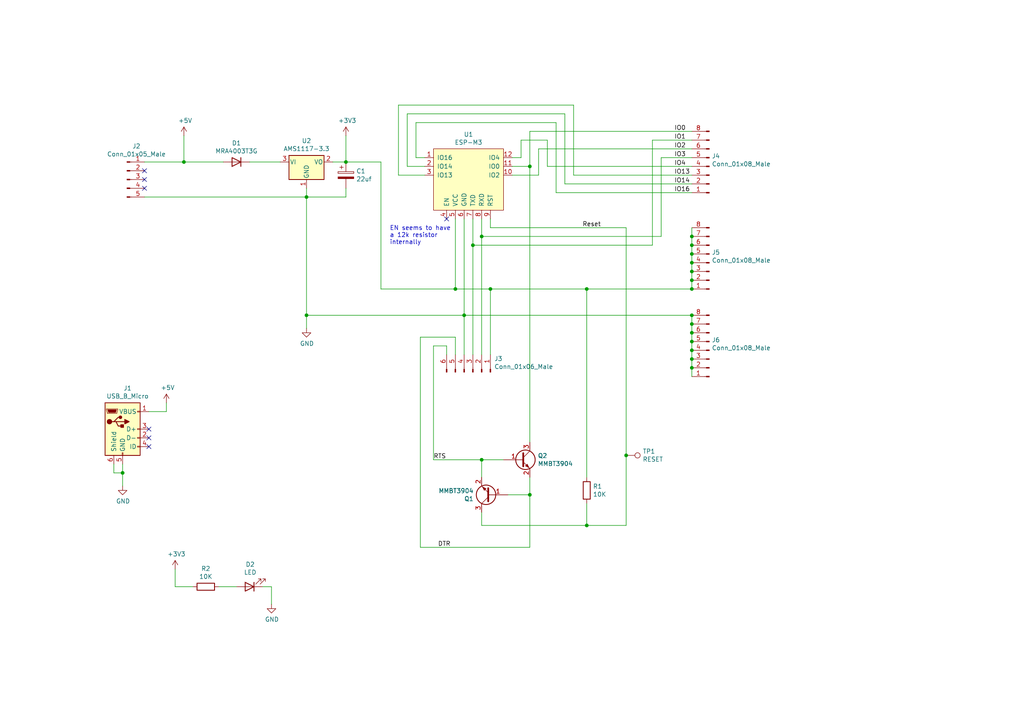
<source format=kicad_sch>
(kicad_sch (version 20211123) (generator eeschema)
  (paper "A4")
  (lib_symbols
    (symbol "Connector:Conn_01x05_Male" (pin_names (offset 1.016) hide)
      (property "Reference" "J" (at 0 7.62 0))
      (property "Value" "Conn_01x05_Male" (at 0 -7.62 0))
      (symbol "Conn_01x05_Male_1_1"
        (polyline (pts (xy 1.27 -5.08) (xy 0.8636 -5.08)) (stroke (width 0.1524)))
        (polyline (pts (xy 1.27 -2.54) (xy 0.8636 -2.54)) (stroke (width 0.1524)))
        (polyline (pts (xy 1.27 0) (xy 0.8636 0)) (stroke (width 0.1524)))
        (polyline (pts (xy 1.27 2.54) (xy 0.8636 2.54)) (stroke (width 0.1524)))
        (polyline (pts (xy 1.27 5.08) (xy 0.8636 5.08)) (stroke (width 0.1524)))
        (rectangle (start 0.8636 -4.953) (end 0 -5.207) (stroke (width 0.1524)) (fill (type outline)))
        (rectangle (start 0.8636 -2.413) (end 0 -2.667) (stroke (width 0.1524)) (fill (type outline)))
        (rectangle (start 0.8636 0.127) (end 0 -0.127) (stroke (width 0.1524)) (fill (type outline)))
        (rectangle (start 0.8636 2.667) (end 0 2.413) (stroke (width 0.1524)) (fill (type outline)))
        (rectangle (start 0.8636 5.207) (end 0 4.953) (stroke (width 0.1524)) (fill (type outline)))
        (pin passive line (at 5.08 5.08 180) (length 3.81) (name "Pin_1") (number "1"))
        (pin passive line (at 5.08 2.54 180) (length 3.81) (name "Pin_2") (number "2"))
        (pin passive line (at 5.08 0 180) (length 3.81) (name "Pin_3") (number "3"))
        (pin passive line (at 5.08 -2.54 180) (length 3.81) (name "Pin_4") (number "4"))
        (pin passive line (at 5.08 -5.08 180) (length 3.81) (name "Pin_5") (number "5"))
      )
    )
    (symbol "Connector:Conn_01x06_Male" (pin_names (offset 1.016) hide)
      (property "Reference" "J" (at 0 7.62 0))
      (property "Value" "Conn_01x06_Male" (at 0 -10.16 0))
      (symbol "Conn_01x06_Male_1_1"
        (polyline (pts (xy 1.27 -7.62) (xy 0.8636 -7.62)) (stroke (width 0.1524)))
        (polyline (pts (xy 1.27 -5.08) (xy 0.8636 -5.08)) (stroke (width 0.1524)))
        (polyline (pts (xy 1.27 -2.54) (xy 0.8636 -2.54)) (stroke (width 0.1524)))
        (polyline (pts (xy 1.27 0) (xy 0.8636 0)) (stroke (width 0.1524)))
        (polyline (pts (xy 1.27 2.54) (xy 0.8636 2.54)) (stroke (width 0.1524)))
        (polyline (pts (xy 1.27 5.08) (xy 0.8636 5.08)) (stroke (width 0.1524)))
        (rectangle (start 0.8636 -7.493) (end 0 -7.747) (stroke (width 0.1524)) (fill (type outline)))
        (rectangle (start 0.8636 -4.953) (end 0 -5.207) (stroke (width 0.1524)) (fill (type outline)))
        (rectangle (start 0.8636 -2.413) (end 0 -2.667) (stroke (width 0.1524)) (fill (type outline)))
        (rectangle (start 0.8636 0.127) (end 0 -0.127) (stroke (width 0.1524)) (fill (type outline)))
        (rectangle (start 0.8636 2.667) (end 0 2.413) (stroke (width 0.1524)) (fill (type outline)))
        (rectangle (start 0.8636 5.207) (end 0 4.953) (stroke (width 0.1524)) (fill (type outline)))
        (pin passive line (at 5.08 5.08 180) (length 3.81) (name "Pin_1") (number "1"))
        (pin passive line (at 5.08 2.54 180) (length 3.81) (name "Pin_2") (number "2"))
        (pin passive line (at 5.08 0 180) (length 3.81) (name "Pin_3") (number "3"))
        (pin passive line (at 5.08 -2.54 180) (length 3.81) (name "Pin_4") (number "4"))
        (pin passive line (at 5.08 -5.08 180) (length 3.81) (name "Pin_5") (number "5"))
        (pin passive line (at 5.08 -7.62 180) (length 3.81) (name "Pin_6") (number "6"))
      )
    )
    (symbol "Connector:Conn_01x08_Male" (pin_names (offset 1.016) hide)
      (property "Reference" "J" (at 0 10.16 0))
      (property "Value" "Conn_01x08_Male" (at 0 -12.7 0))
      (symbol "Conn_01x08_Male_1_1"
        (polyline (pts (xy 1.27 -10.16) (xy 0.8636 -10.16)) (stroke (width 0.1524)))
        (polyline (pts (xy 1.27 -7.62) (xy 0.8636 -7.62)) (stroke (width 0.1524)))
        (polyline (pts (xy 1.27 -5.08) (xy 0.8636 -5.08)) (stroke (width 0.1524)))
        (polyline (pts (xy 1.27 -2.54) (xy 0.8636 -2.54)) (stroke (width 0.1524)))
        (polyline (pts (xy 1.27 0) (xy 0.8636 0)) (stroke (width 0.1524)))
        (polyline (pts (xy 1.27 2.54) (xy 0.8636 2.54)) (stroke (width 0.1524)))
        (polyline (pts (xy 1.27 5.08) (xy 0.8636 5.08)) (stroke (width 0.1524)))
        (polyline (pts (xy 1.27 7.62) (xy 0.8636 7.62)) (stroke (width 0.1524)))
        (rectangle (start 0.8636 -10.033) (end 0 -10.287) (stroke (width 0.1524)) (fill (type outline)))
        (rectangle (start 0.8636 -7.493) (end 0 -7.747) (stroke (width 0.1524)) (fill (type outline)))
        (rectangle (start 0.8636 -4.953) (end 0 -5.207) (stroke (width 0.1524)) (fill (type outline)))
        (rectangle (start 0.8636 -2.413) (end 0 -2.667) (stroke (width 0.1524)) (fill (type outline)))
        (rectangle (start 0.8636 0.127) (end 0 -0.127) (stroke (width 0.1524)) (fill (type outline)))
        (rectangle (start 0.8636 2.667) (end 0 2.413) (stroke (width 0.1524)) (fill (type outline)))
        (rectangle (start 0.8636 5.207) (end 0 4.953) (stroke (width 0.1524)) (fill (type outline)))
        (rectangle (start 0.8636 7.747) (end 0 7.493) (stroke (width 0.1524)) (fill (type outline)))
        (pin passive line (at 5.08 7.62 180) (length 3.81) (name "Pin_1") (number "1"))
        (pin passive line (at 5.08 5.08 180) (length 3.81) (name "Pin_2") (number "2"))
        (pin passive line (at 5.08 2.54 180) (length 3.81) (name "Pin_3") (number "3"))
        (pin passive line (at 5.08 0 180) (length 3.81) (name "Pin_4") (number "4"))
        (pin passive line (at 5.08 -2.54 180) (length 3.81) (name "Pin_5") (number "5"))
        (pin passive line (at 5.08 -5.08 180) (length 3.81) (name "Pin_6") (number "6"))
        (pin passive line (at 5.08 -7.62 180) (length 3.81) (name "Pin_7") (number "7"))
        (pin passive line (at 5.08 -10.16 180) (length 3.81) (name "Pin_8") (number "8"))
      )
    )
    (symbol "Connector:TestPoint" (pin_numbers hide) (pin_names (offset 0.762) hide)
      (property "Reference" "TP" (at 0 6.858 0))
      (property "Value" "TestPoint" (at 0 5.08 0))
      (symbol "TestPoint_0_1"
        (circle (center 0 3.302) (radius 0.762))
      )
      (symbol "TestPoint_1_1"
        (pin passive line (at 0 0 90) (length 2.54) (name "1") (number "1"))
      )
    )
    (symbol "Connector:USB_B_Micro" (pin_names (offset 1.016))
      (property "Reference" "J" (at -5.08 11.43 0))
      (property "Value" "USB_B_Micro" (at -5.08 8.89 0))
      (symbol "USB_B_Micro_0_1"
        (rectangle (start -5.08 -7.62) (end 5.08 7.62) (stroke (width 0.254)) (fill (type background)))
        (circle (center -3.81 2.159) (radius 0.635) (stroke (width 0.254)) (fill (type outline)))
        (circle (center -0.635 3.429) (radius 0.381) (stroke (width 0.254)) (fill (type outline)))
        (rectangle (start -0.127 -7.62) (end 0.127 -6.858))
        (polyline (pts (xy -1.905 2.159) (xy 0.635 2.159)) (stroke (width 0.254)))
        (polyline (pts (xy -3.175 2.159) (xy -2.54 2.159) (xy -1.27 3.429) (xy -0.635 3.429)) (stroke (width 0.254)))
        (polyline (pts (xy -2.54 2.159) (xy -1.905 2.159) (xy -1.27 0.889) (xy 0 0.889)) (stroke (width 0.254)))
        (polyline (pts (xy 0.635 2.794) (xy 0.635 1.524) (xy 1.905 2.159) (xy 0.635 2.794)) (stroke (width 0.254)) (fill (type outline)))
        (polyline (pts (xy -4.318 5.588) (xy -1.778 5.588) (xy -2.032 4.826) (xy -4.064 4.826) (xy -4.318 5.588)) (fill (type outline)))
        (polyline (pts (xy -4.699 5.842) (xy -4.699 5.588) (xy -4.445 4.826) (xy -4.445 4.572) (xy -1.651 4.572) (xy -1.651 4.826) (xy -1.397 5.588) (xy -1.397 5.842) (xy -4.699 5.842)))
        (rectangle (start 0.254 1.27) (end -0.508 0.508) (stroke (width 0.254)) (fill (type outline)))
        (rectangle (start 5.08 -5.207) (end 4.318 -4.953))
        (rectangle (start 5.08 -2.667) (end 4.318 -2.413))
        (rectangle (start 5.08 -0.127) (end 4.318 0.127))
        (rectangle (start 5.08 4.953) (end 4.318 5.207))
      )
      (symbol "USB_B_Micro_1_1"
        (pin power_out line (at 7.62 5.08 180) (length 2.54) (name "VBUS") (number "1"))
        (pin bidirectional line (at 7.62 -2.54 180) (length 2.54) (name "D-") (number "2"))
        (pin bidirectional line (at 7.62 0 180) (length 2.54) (name "D+") (number "3"))
        (pin passive line (at 7.62 -5.08 180) (length 2.54) (name "ID") (number "4"))
        (pin power_out line (at 0 -10.16 90) (length 2.54) (name "GND") (number "5"))
        (pin passive line (at -2.54 -10.16 90) (length 2.54) (name "Shield") (number "6"))
      )
    )
    (symbol "Device:CP" (pin_numbers hide) (pin_names (offset 0.254))
      (property "Reference" "C" (at 0.635 2.54 0))
      (property "Value" "Device_CP" (at 0.635 -2.54 0))
      (symbol "CP_0_1"
        (rectangle (start -2.286 0.508) (end 2.286 1.016))
        (polyline (pts (xy -1.778 2.286) (xy -0.762 2.286)))
        (polyline (pts (xy -1.27 2.794) (xy -1.27 1.778)))
        (rectangle (start 2.286 -0.508) (end -2.286 -1.016) (fill (type outline)))
      )
      (symbol "CP_1_1"
        (pin passive line (at 0 3.81 270) (length 2.794) (name "~") (number "1"))
        (pin passive line (at 0 -3.81 90) (length 2.794) (name "~") (number "2"))
      )
    )
    (symbol "Device:LED" (pin_numbers hide) (pin_names (offset 1.016) hide)
      (property "Reference" "D" (at 0 2.54 0))
      (property "Value" "LED" (at 0 -2.54 0))
      (symbol "LED_0_1"
        (polyline (pts (xy -1.27 -1.27) (xy -1.27 1.27)) (stroke (width 0.254)))
        (polyline (pts (xy -1.27 0) (xy 1.27 0)))
        (polyline (pts (xy 1.27 -1.27) (xy 1.27 1.27) (xy -1.27 0) (xy 1.27 -1.27)) (stroke (width 0.254)))
        (polyline (pts (xy -3.048 -0.762) (xy -4.572 -2.286) (xy -3.81 -2.286) (xy -4.572 -2.286) (xy -4.572 -1.524)))
        (polyline (pts (xy -1.778 -0.762) (xy -3.302 -2.286) (xy -2.54 -2.286) (xy -3.302 -2.286) (xy -3.302 -1.524)))
      )
      (symbol "LED_1_1"
        (pin passive line (at -3.81 0 0) (length 2.54) (name "K") (number "1"))
        (pin passive line (at 3.81 0 180) (length 2.54) (name "A") (number "2"))
      )
    )
    (symbol "Device:R" (pin_numbers hide) (pin_names (offset 0))
      (property "Reference" "R" (at 2.032 0 90))
      (property "Value" "R" (at 0 0 90))
      (symbol "R_0_1"
        (rectangle (start -1.016 -2.54) (end 1.016 2.54) (stroke (width 0.254)))
      )
      (symbol "R_1_1"
        (pin passive line (at 0 3.81 270) (length 1.27) (name "~") (number "1"))
        (pin passive line (at 0 -3.81 90) (length 1.27) (name "~") (number "2"))
      )
    )
    (symbol "Diode:MRA4003T3G" (pin_numbers hide) (pin_names (offset 1.016) hide)
      (property "Reference" "D" (at 0 2.54 0))
      (property "Value" "MRA4003T3G" (at 0 -2.54 0))
      (symbol "MRA4003T3G_0_1"
        (polyline (pts (xy -1.27 1.27) (xy -1.27 -1.27)) (stroke (width 0.254)))
        (polyline (pts (xy 1.27 0) (xy -1.27 0)))
        (polyline (pts (xy 1.27 1.27) (xy 1.27 -1.27) (xy -1.27 0) (xy 1.27 1.27)) (stroke (width 0.254)))
      )
      (symbol "MRA4003T3G_1_1"
        (pin passive line (at -3.81 0 0) (length 2.54) (name "K") (number "1"))
        (pin passive line (at 3.81 0 180) (length 2.54) (name "A") (number "2"))
      )
    )
    (symbol "Regulator_Linear:AMS1117-3.3" (pin_names (offset 0.254))
      (property "Reference" "U" (at -3.81 3.175 0))
      (property "Value" "AMS1117-3.3" (at 0 3.175 0))
      (symbol "AMS1117-3.3_0_1"
        (rectangle (start -5.08 -5.08) (end 5.08 1.905) (stroke (width 0.254)) (fill (type background)))
      )
      (symbol "AMS1117-3.3_1_1"
        (pin power_in line (at 0 -7.62 90) (length 2.54) (name "GND") (number "1"))
        (pin power_out line (at 7.62 0 180) (length 2.54) (name "VO") (number "2"))
        (pin power_in line (at -7.62 0 0) (length 2.54) (name "VI") (number "3"))
      )
    )
    (symbol "Transistor_BJT:MMBT3904" (pin_names (offset 0) hide)
      (property "Reference" "Q" (at 5.08 1.905 0))
      (property "Value" "MMBT3904" (at 5.08 0 0))
      (symbol "MMBT3904_0_1"
        (polyline (pts (xy 0.635 0.635) (xy 2.54 2.54)))
        (polyline (pts (xy 0.635 -0.635) (xy 2.54 -2.54) (xy 2.54 -2.54)))
        (polyline (pts (xy 0.635 1.905) (xy 0.635 -1.905) (xy 0.635 -1.905)) (stroke (width 0.508)))
        (polyline (pts (xy 1.27 -1.778) (xy 1.778 -1.27) (xy 2.286 -2.286) (xy 1.27 -1.778) (xy 1.27 -1.778)) (fill (type outline)))
        (circle (center 1.27 0) (radius 2.8194) (stroke (width 0.254)))
      )
      (symbol "MMBT3904_1_1"
        (pin input line (at -5.08 0 0) (length 5.715) (name "B") (number "1"))
        (pin passive line (at 2.54 -5.08 90) (length 2.54) (name "E") (number "2"))
        (pin passive line (at 2.54 5.08 270) (length 2.54) (name "C") (number "3"))
      )
    )
    (symbol "esp-m3:ESP-M3" (pin_names (offset 1.016))
      (property "Reference" "U" (at 2.54 19.05 0))
      (property "Value" "esp-m3_ESP-M3" (at 10.16 7.62 0))
      (symbol "ESP-M3_0_0"
        (pin bidirectional line (at -2.54 15.24 0) (length 2.54) (name "IO16") (number "1"))
        (pin bidirectional line (at 22.86 10.16 180) (length 2.54) (name "IO2") (number "10"))
        (pin bidirectional line (at 22.86 12.7 180) (length 2.54) (name "IO0") (number "11"))
        (pin bidirectional line (at 22.86 15.24 180) (length 2.54) (name "IO4") (number "12"))
        (pin bidirectional line (at -2.54 12.7 0) (length 2.54) (name "IO14") (number "2"))
        (pin bidirectional line (at -2.54 10.16 0) (length 2.54) (name "IO13") (number "3"))
        (pin input line (at 3.81 -2.54 90) (length 2.54) (name "EN") (number "4"))
        (pin power_in line (at 6.35 -2.54 90) (length 2.54) (name "VCC") (number "5"))
        (pin power_in line (at 8.89 -2.54 90) (length 2.54) (name "GND") (number "6"))
        (pin output line (at 11.43 -2.54 90) (length 2.54) (name "TXD") (number "7"))
        (pin input line (at 13.97 -2.54 90) (length 2.54) (name "RXD") (number "8"))
        (pin bidirectional line (at 16.51 -2.54 90) (length 2.54) (name "RST") (number "9"))
      )
      (symbol "ESP-M3_0_1"
        (rectangle (start 0 17.78) (end 20.32 0) (fill (type background)))
      )
    )
    (symbol "power:+3.3V" (power) (pin_names (offset 0))
      (property "Value" "+3.3V" (at 0 3.556 0))
      (symbol "+3.3V_0_1"
        (polyline (pts (xy -0.762 1.27) (xy 0 2.54)))
        (polyline (pts (xy 0 0) (xy 0 2.54)))
        (polyline (pts (xy 0 2.54) (xy 0.762 1.27)))
      )
      (symbol "+3.3V_1_1"
        (pin power_in line (at 0 0 90) (length 0) hide (name "+3V3") (number "1"))
      )
    )
    (symbol "power:+3V3" (power) (pin_names (offset 0))
      (property "Value" "+3V3" (at 0 3.556 0))
      (symbol "+3V3_0_1"
        (polyline (pts (xy -0.762 1.27) (xy 0 2.54)))
        (polyline (pts (xy 0 0) (xy 0 2.54)))
        (polyline (pts (xy 0 2.54) (xy 0.762 1.27)))
      )
      (symbol "+3V3_1_1"
        (pin power_in line (at 0 0 90) (length 0) hide (name "+3V3") (number "1"))
      )
    )
    (symbol "power:+5V" (power) (pin_names (offset 0))
      (property "Value" "+5V" (at 0 3.556 0))
      (symbol "+5V_0_1"
        (polyline (pts (xy -0.762 1.27) (xy 0 2.54)))
        (polyline (pts (xy 0 0) (xy 0 2.54)))
        (polyline (pts (xy 0 2.54) (xy 0.762 1.27)))
      )
      (symbol "+5V_1_1"
        (pin power_in line (at 0 0 90) (length 0) hide (name "+5V") (number "1"))
      )
    )
    (symbol "power:GND" (power) (pin_names (offset 0))
      (property "Value" "GND" (at 0 -3.81 0))
      (symbol "GND_0_1"
        (polyline (pts (xy 0 0) (xy 0 -1.27) (xy 1.27 -1.27) (xy 0 -2.54) (xy -1.27 -1.27) (xy 0 -1.27)))
      )
      (symbol "GND_1_1"
        (pin power_in line (at 0 0 270) (length 0) hide (name "GND") (number "1"))
      )
    )
  )
  (junction (at 137.16 71.12))
  (junction (at 170.18 83.82))
  (junction (at 200.66 76.2))
  (junction (at 200.66 83.82))
  (junction (at 200.66 78.74))
  (junction (at 132.08 83.82))
  (junction (at 134.62 91.44))
  (junction (at 200.66 96.52))
  (junction (at 142.24 83.82))
  (junction (at 200.66 93.98))
  (junction (at 200.66 101.6))
  (junction (at 35.56 137.16))
  (junction (at 100.33 46.99))
  (junction (at 200.66 91.44))
  (junction (at 200.66 104.14))
  (junction (at 200.66 68.58))
  (junction (at 153.67 143.51))
  (junction (at 88.9 91.44))
  (junction (at 200.66 71.12))
  (junction (at 88.9 57.15))
  (junction (at 139.7 133.35))
  (junction (at 170.18 152.4))
  (junction (at 139.7 68.58))
  (junction (at 181.61 132.08))
  (junction (at 200.66 73.66))
  (junction (at 200.66 99.06))
  (junction (at 53.34 46.99))
  (junction (at 153.67 48.26))
  (junction (at 200.66 81.28))
  (junction (at 200.66 106.68))
  (no_connect (at 43.18 129.54))
  (no_connect (at 41.91 54.61))
  (no_connect (at 129.54 63.5))
  (no_connect (at 43.18 124.46))
  (no_connect (at 41.91 49.53))
  (no_connect (at 41.91 52.07))
  (no_connect (at 43.18 127))
  (wire (pts (xy 48.26 119.38) (xy 43.18 119.38)))
  (wire (pts (xy 137.16 71.12) (xy 189.23 71.12)))
  (wire (pts (xy 110.49 83.82) (xy 132.08 83.82)))
  (wire (pts (xy 139.7 68.58) (xy 191.77 68.58)))
  (wire (pts (xy 134.62 91.44) (xy 134.62 102.87)))
  (wire (pts (xy 200.66 93.98) (xy 200.66 96.52)))
  (wire (pts (xy 200.66 71.12) (xy 200.66 73.66)))
  (wire (pts (xy 115.57 30.48) (xy 115.57 50.8)))
  (wire (pts (xy 200.66 81.28) (xy 200.66 78.74)))
  (wire (pts (xy 200.66 99.06) (xy 200.66 101.6)))
  (wire (pts (xy 142.24 83.82) (xy 132.08 83.82)))
  (wire (pts (xy 142.24 66.04) (xy 142.24 63.5)))
  (wire (pts (xy 200.66 91.44) (xy 200.66 93.98)))
  (wire (pts (xy 78.74 170.18) (xy 78.74 175.26)))
  (wire (pts (xy 200.66 101.6) (xy 200.66 104.14)))
  (wire (pts (xy 142.24 83.82) (xy 142.24 102.87)))
  (wire (pts (xy 153.67 138.43) (xy 153.67 143.51)))
  (wire (pts (xy 50.8 170.18) (xy 55.88 170.18)))
  (wire (pts (xy 96.52 46.99) (xy 100.33 46.99)))
  (wire (pts (xy 33.02 134.62) (xy 33.02 137.16)))
  (wire (pts (xy 115.57 50.8) (xy 123.19 50.8)))
  (wire (pts (xy 123.19 48.26) (xy 118.11 48.26)))
  (wire (pts (xy 120.65 35.56) (xy 161.29 35.56)))
  (wire (pts (xy 121.92 97.79) (xy 132.08 97.79)))
  (wire (pts (xy 200.66 38.1) (xy 153.67 38.1)))
  (wire (pts (xy 166.37 30.48) (xy 166.37 50.8)))
  (wire (pts (xy 63.5 170.18) (xy 68.58 170.18)))
  (wire (pts (xy 137.16 63.5) (xy 137.16 71.12)))
  (wire (pts (xy 170.18 146.05) (xy 170.18 152.4)))
  (wire (pts (xy 170.18 152.4) (xy 181.61 152.4)))
  (wire (pts (xy 161.29 35.56) (xy 161.29 55.88)))
  (wire (pts (xy 139.7 152.4) (xy 170.18 152.4)))
  (wire (pts (xy 158.75 40.64) (xy 158.75 48.26)))
  (wire (pts (xy 100.33 39.37) (xy 100.33 46.99)))
  (wire (pts (xy 156.21 43.18) (xy 156.21 50.8)))
  (wire (pts (xy 100.33 54.61) (xy 100.33 57.15)))
  (wire (pts (xy 200.66 68.58) (xy 200.66 71.12)))
  (wire (pts (xy 121.92 97.79) (xy 121.92 158.75)))
  (wire (pts (xy 139.7 138.43) (xy 139.7 133.35)))
  (wire (pts (xy 53.34 46.99) (xy 64.77 46.99)))
  (wire (pts (xy 72.39 46.99) (xy 81.28 46.99)))
  (wire (pts (xy 110.49 46.99) (xy 110.49 83.82)))
  (wire (pts (xy 41.91 46.99) (xy 53.34 46.99)))
  (wire (pts (xy 118.11 33.02) (xy 118.11 48.26)))
  (wire (pts (xy 142.24 83.82) (xy 170.18 83.82)))
  (wire (pts (xy 35.56 137.16) (xy 35.56 140.97)))
  (wire (pts (xy 161.29 55.88) (xy 200.66 55.88)))
  (wire (pts (xy 139.7 68.58) (xy 139.7 102.87)))
  (wire (pts (xy 88.9 57.15) (xy 88.9 54.61)))
  (wire (pts (xy 123.19 45.72) (xy 120.65 45.72)))
  (wire (pts (xy 200.66 83.82) (xy 200.66 81.28)))
  (wire (pts (xy 120.65 35.56) (xy 120.65 45.72)))
  (wire (pts (xy 88.9 91.44) (xy 88.9 95.25)))
  (wire (pts (xy 134.62 91.44) (xy 200.66 91.44)))
  (wire (pts (xy 142.24 66.04) (xy 181.61 66.04)))
  (wire (pts (xy 48.26 116.84) (xy 48.26 119.38)))
  (wire (pts (xy 200.66 48.26) (xy 158.75 48.26)))
  (wire (pts (xy 163.83 53.34) (xy 200.66 53.34)))
  (wire (pts (xy 170.18 83.82) (xy 200.66 83.82)))
  (wire (pts (xy 53.34 39.37) (xy 53.34 46.99)))
  (wire (pts (xy 153.67 48.26) (xy 153.67 128.27)))
  (wire (pts (xy 153.67 38.1) (xy 153.67 48.26)))
  (wire (pts (xy 125.73 100.33) (xy 129.54 100.33)))
  (wire (pts (xy 166.37 50.8) (xy 200.66 50.8)))
  (wire (pts (xy 181.61 152.4) (xy 181.61 132.08)))
  (wire (pts (xy 50.8 165.1) (xy 50.8 170.18)))
  (wire (pts (xy 200.66 104.14) (xy 200.66 106.68)))
  (wire (pts (xy 163.83 33.02) (xy 163.83 53.34)))
  (wire (pts (xy 139.7 133.35) (xy 125.73 133.35)))
  (wire (pts (xy 132.08 97.79) (xy 132.08 102.87)))
  (wire (pts (xy 88.9 57.15) (xy 88.9 91.44)))
  (wire (pts (xy 148.59 50.8) (xy 156.21 50.8)))
  (wire (pts (xy 153.67 48.26) (xy 148.59 48.26)))
  (wire (pts (xy 200.66 45.72) (xy 191.77 45.72)))
  (wire (pts (xy 100.33 46.99) (xy 110.49 46.99)))
  (wire (pts (xy 76.2 170.18) (xy 78.74 170.18)))
  (wire (pts (xy 200.66 106.68) (xy 200.66 109.22)))
  (wire (pts (xy 158.75 40.64) (xy 151.13 40.64)))
  (wire (pts (xy 134.62 63.5) (xy 134.62 91.44)))
  (wire (pts (xy 151.13 45.72) (xy 151.13 40.64)))
  (wire (pts (xy 139.7 63.5) (xy 139.7 68.58)))
  (wire (pts (xy 170.18 138.43) (xy 170.18 83.82)))
  (wire (pts (xy 115.57 30.48) (xy 166.37 30.48)))
  (wire (pts (xy 35.56 134.62) (xy 35.56 137.16)))
  (wire (pts (xy 139.7 133.35) (xy 146.05 133.35)))
  (wire (pts (xy 189.23 40.64) (xy 189.23 71.12)))
  (wire (pts (xy 148.59 45.72) (xy 151.13 45.72)))
  (wire (pts (xy 88.9 91.44) (xy 134.62 91.44)))
  (wire (pts (xy 125.73 100.33) (xy 125.73 133.35)))
  (wire (pts (xy 41.91 57.15) (xy 88.9 57.15)))
  (wire (pts (xy 200.66 43.18) (xy 156.21 43.18)))
  (wire (pts (xy 118.11 33.02) (xy 163.83 33.02)))
  (wire (pts (xy 137.16 71.12) (xy 137.16 102.87)))
  (wire (pts (xy 181.61 132.08) (xy 181.61 66.04)))
  (wire (pts (xy 200.66 68.58) (xy 200.66 66.04)))
  (wire (pts (xy 153.67 143.51) (xy 153.67 158.75)))
  (wire (pts (xy 200.66 76.2) (xy 200.66 78.74)))
  (wire (pts (xy 139.7 152.4) (xy 139.7 148.59)))
  (wire (pts (xy 191.77 45.72) (xy 191.77 68.58)))
  (wire (pts (xy 33.02 137.16) (xy 35.56 137.16)))
  (wire (pts (xy 100.33 57.15) (xy 88.9 57.15)))
  (wire (pts (xy 200.66 96.52) (xy 200.66 99.06)))
  (wire (pts (xy 200.66 40.64) (xy 189.23 40.64)))
  (wire (pts (xy 129.54 100.33) (xy 129.54 102.87)))
  (wire (pts (xy 121.92 158.75) (xy 153.67 158.75)))
  (wire (pts (xy 132.08 63.5) (xy 132.08 83.82)))
  (wire (pts (xy 200.66 73.66) (xy 200.66 76.2)))
  (wire (pts (xy 153.67 143.51) (xy 147.32 143.51)))
  (text "EN seems to have\na 12k resistor\ninternally" (at 113.03 71.12 0) (effects (font (size 1.27 1.27)) (justify left bottom)))
  (label "Reset" (at 168.91 66.04 0))
  (label "IO13" (at 195.58 50.8 0))
  (label "DTR" (at 127 158.75 0))
  (label "IO2" (at 195.58 43.18 0))
  (label "IO16" (at 195.58 55.88 0))
  (label "IO4" (at 195.58 48.26 0))
  (label "IO1" (at 195.58 40.64 0))
  (label "IO3" (at 195.58 45.72 0))
  (label "IO14" (at 195.58 53.34 0))
  (label "IO0" (at 195.58 38.1 0))
  (label "RTS" (at 125.73 133.35 0))
  (symbol (lib_id "esp-m3:ESP-M3") (at 125.73 60.96 0) (unit 1)
    (property "Reference" "U1" (at 135.89 38.989 0))
    (property "Value" "ESP-M3" (at 135.89 41.3004 0))
    (property "Footprint" "ESP-M3:foo" (effects hide))
  )
  (symbol (lib_id "Connector:Conn_01x05_Male") (at 36.83 52.07 0) (unit 1)
    (property "Reference" "J2" (at 39.5732 42.3926 0))
    (property "Value" "Conn_01x05_Male" (at 39.5732 44.704 0))
    (property "Footprint" "Connector_PinHeader_2.54mm:PinHeader_1x05_P2.54mm_Vertical" (effects hide))
  )
  (symbol (lib_id "Connector:Conn_01x06_Male") (at 137.16 107.95 270) (mirror x) (unit 1)
    (property "Reference" "J3" (at 143.3576 104.0384 90) (effects (justify left)))
    (property "Value" "Conn_01x06_Male" (at 143.3576 106.3498 90) (effects (justify left)))
    (property "Footprint" "Connector_PinHeader_2.54mm:PinHeader_1x06_P2.54mm_Vertical" (effects hide))
  )
  (symbol (lib_id "power:+5V") (at 53.34 39.37 0) (unit 1)
    (property "Reference" "#PWR0102" (effects hide))
    (property "Value" "+5V" (at 53.721 34.9758 0))
  )
  (symbol (lib_id "Connector:Conn_01x08_Male") (at 205.74 48.26 180) (unit 1)
    (property "Reference" "J4" (at 206.4512 45.2628 0) (effects (justify right)))
    (property "Value" "Conn_01x08_Male" (at 206.4512 47.5742 0) (effects (justify right)))
    (property "Footprint" "Connector_PinHeader_2.54mm:PinHeader_1x08_P2.54mm_Vertical" (effects hide))
  )
  (symbol (lib_id "Connector:Conn_01x08_Male") (at 205.74 76.2 180) (unit 1)
    (property "Reference" "J5" (at 206.4512 73.2028 0) (effects (justify right)))
    (property "Value" "Conn_01x08_Male" (at 206.4512 75.5142 0) (effects (justify right)))
    (property "Footprint" "Connector_PinHeader_2.54mm:PinHeader_1x08_P2.54mm_Vertical" (effects hide))
  )
  (symbol (lib_id "Connector:Conn_01x08_Male") (at 205.74 101.6 180) (unit 1)
    (property "Reference" "J6" (at 206.4512 98.6028 0) (effects (justify right)))
    (property "Value" "Conn_01x08_Male" (at 206.4512 100.9142 0) (effects (justify right)))
    (property "Footprint" "Connector_PinHeader_2.54mm:PinHeader_1x08_P2.54mm_Vertical" (effects hide))
  )
  (symbol (lib_id "Connector:USB_B_Micro") (at 35.56 124.46 0) (unit 1)
    (property "Reference" "J1" (at 37.0078 112.5982 0))
    (property "Value" "USB_B_Micro" (at 37.0078 114.9096 0))
    (property "Footprint" "Connector_USB:USB_Micro-B_Molex_47346-0001" (effects hide))
  )
  (symbol (lib_id "power:+5V") (at 48.26 116.84 0) (unit 1)
    (property "Reference" "#PWR0104" (effects hide))
    (property "Value" "+5V" (at 48.641 112.4458 0))
  )
  (symbol (lib_id "power:GND") (at 35.56 140.97 0) (unit 1)
    (property "Reference" "#PWR0105" (effects hide))
    (property "Value" "GND" (at 35.687 145.3642 0))
  )
  (symbol (lib_id "Regulator_Linear:AMS1117-3.3") (at 88.9 46.99 0) (unit 1)
    (property "Reference" "U2" (at 88.9 40.8432 0))
    (property "Value" "AMS1117-3.3" (at 88.9 43.1546 0))
    (property "Footprint" "Package_TO_SOT_SMD:SOT-223-3_TabPin2" (effects hide))
    (property "Datasheet" "http://www.advanced-monolithic.com/pdf/ds1117.pdf" (effects hide))
  )
  (symbol (lib_id "Diode:MRA4003T3G") (at 68.58 46.99 180) (unit 1)
    (property "Reference" "D1" (at 68.58 41.5036 0))
    (property "Value" "MRA4003T3G" (at 68.58 43.815 0))
    (property "Footprint" "Diode_SMD:D_SMA" (effects hide))
    (property "Datasheet" "http://www.onsemi.com/pub_link/Collateral/MRA4003T3-D.PDF" (effects hide))
  )
  (symbol (lib_id "Transistor_BJT:MMBT3904") (at 151.13 133.35 0) (unit 1)
    (property "Reference" "Q2" (at 155.9814 132.1816 0) (effects (justify left)))
    (property "Value" "MMBT3904" (at 155.9814 134.493 0) (effects (justify left)))
    (property "Footprint" "Package_TO_SOT_SMD:SOT-23" (effects hide))
    (property "Datasheet" "https://www.fairchildsemi.com/datasheets/2N/2N3904.pdf" (effects hide))
  )
  (symbol (lib_id "power:GND") (at 88.9 95.25 0) (unit 1)
    (property "Reference" "#PWR0101" (effects hide))
    (property "Value" "GND" (at 89.027 99.6442 0))
  )
  (symbol (lib_id "power:+3V3") (at 100.33 39.37 0) (unit 1)
    (property "Reference" "#PWR0103" (effects hide))
    (property "Value" "+3V3" (at 100.711 34.9758 0))
  )
  (symbol (lib_id "Transistor_BJT:MMBT3904") (at 142.24 143.51 180) (unit 1)
    (property "Reference" "Q1" (at 137.3886 144.6784 0) (effects (justify left)))
    (property "Value" "MMBT3904" (at 137.3886 142.367 0) (effects (justify left)))
    (property "Footprint" "Package_TO_SOT_SMD:SOT-23" (effects hide))
    (property "Datasheet" "https://www.fairchildsemi.com/datasheets/2N/2N3904.pdf" (effects hide))
  )
  (symbol (lib_id "Device:LED") (at 72.39 170.18 180) (unit 1)
    (property "Reference" "D2" (at 72.5678 163.703 0))
    (property "Value" "LED" (at 72.5678 166.0144 0))
    (property "Footprint" "LED_SMD:LED_0805_2012Metric_Pad1.15x1.40mm_HandSolder" (effects hide))
  )
  (symbol (lib_id "Device:CP") (at 100.33 50.8 0) (unit 1)
    (property "Reference" "C1" (at 103.3272 49.6316 0) (effects (justify left)))
    (property "Value" "22uf" (at 103.3272 51.943 0) (effects (justify left)))
    (property "Footprint" "Capacitor_SMD:C_1210_3225Metric_Pad1.42x2.65mm_HandSolder" (effects hide))
    (property "P/N" "TAJB226M010RNJ" (effects hide))
  )
  (symbol (lib_id "Device:R") (at 59.69 170.18 270) (unit 1)
    (property "Reference" "R2" (at 59.69 164.9222 90))
    (property "Value" "10K" (at 59.69 167.2336 90))
    (property "Footprint" "Resistor_SMD:R_0805_2012Metric_Pad1.15x1.40mm_HandSolder" (effects hide))
  )
  (symbol (lib_id "power:+3.3V") (at 50.8 165.1 0) (unit 1)
    (property "Reference" "#PWR0106" (effects hide))
    (property "Value" "+3.3V" (at 51.181 160.7058 0))
  )
  (symbol (lib_id "power:GND") (at 78.74 175.26 0) (unit 1)
    (property "Reference" "#PWR0107" (effects hide))
    (property "Value" "GND" (at 78.867 179.6542 0))
  )
  (symbol (lib_id "Connector:TestPoint") (at 181.61 132.08 270) (unit 1)
    (property "Reference" "TP1" (at 186.3852 130.9116 90) (effects (justify left)))
    (property "Value" "RESET" (at 186.3852 133.223 90) (effects (justify left)))
    (property "Footprint" "Connector_PinHeader_2.54mm:PinHeader_1x01_P2.54mm_Vertical" (effects hide))
  )
  (symbol (lib_id "Device:R") (at 170.18 142.24 0) (unit 1)
    (property "Reference" "R1" (at 171.958 141.0716 0) (effects (justify left)))
    (property "Value" "10K" (at 171.958 143.383 0) (effects (justify left)))
    (property "Footprint" "Resistor_SMD:R_0805_2012Metric_Pad1.15x1.40mm_HandSolder" (effects hide))
  )
)
</source>
